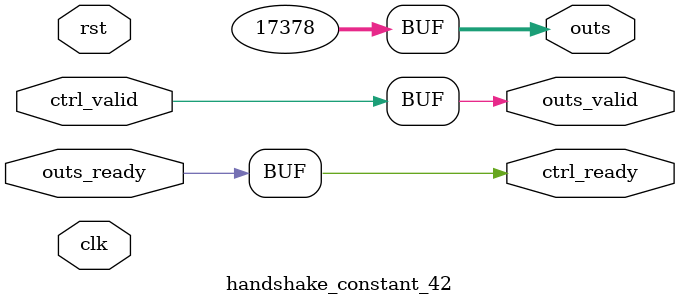
<source format=v>
`timescale 1ns / 1ps
module handshake_constant_42 #(
  parameter DATA_WIDTH = 32  // Default set to 32 bits
) (
  input                       clk,
  input                       rst,
  // Input Channel
  input                       ctrl_valid,
  output                      ctrl_ready,
  // Output Channel
  output [DATA_WIDTH - 1 : 0] outs,
  output                      outs_valid,
  input                       outs_ready
);
  assign outs       = 16'b0100001111100010;
  assign outs_valid = ctrl_valid;
  assign ctrl_ready = outs_ready;

endmodule

</source>
